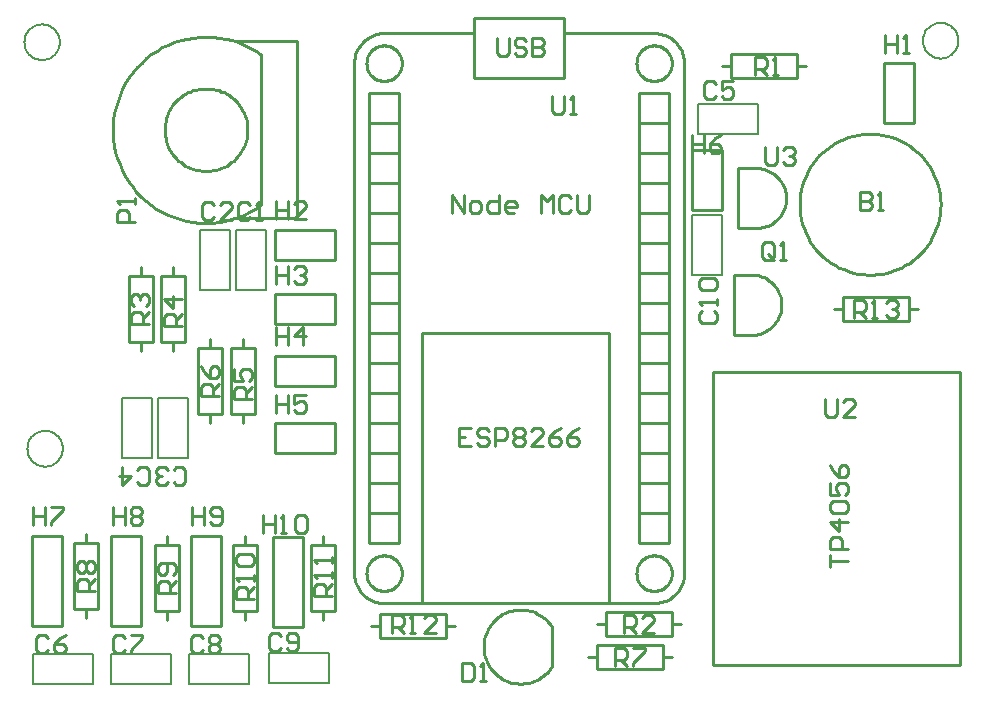
<source format=gto>
%FSTAX43Y43*%
%MOIN*%
%SFA1B1*%

%IPPOS*%
%ADD22C,0.010000*%
%ADD23C,0.005000*%
%LNpcb-vitor-project-1*%
%LPD*%
G54D22*
X0009105Y000283D02*
D01*
X0009104Y0002846*
X0009102Y0002862*
X0009099Y0002878*
X0009095Y0002894*
X000909Y000291*
X0009084Y0002925*
X0009077Y000294*
X0009069Y0002954*
X000906Y0002968*
X000905Y0002981*
X0009039Y0002993*
X0009027Y0003004*
X0009014Y0003015*
X0009001Y0003024*
X0008987Y0003033*
X0008973Y0003041*
X0008958Y0003047*
X0008942Y0003053*
X0008926Y0003058*
X000891Y0003061*
X0008894Y0003063*
X0008878Y0003064*
X0008861*
X0008845Y0003063*
X0008829Y0003061*
X0008813Y0003058*
X0008797Y0003053*
X0008781Y0003047*
X0008766Y0003041*
X0008752Y0003033*
X0008738Y0003024*
X0008725Y0003015*
X0008712Y0003004*
X00087Y0002993*
X0008689Y0002981*
X0008679Y0002968*
X000867Y0002954*
X0008662Y000294*
X0008655Y0002925*
X0008649Y000291*
X0008644Y0002894*
X000864Y0002878*
X0008637Y0002862*
X0008635Y0002846*
X0008635Y000283*
X0008635Y0002813*
X0008637Y0002797*
X000864Y0002781*
X0008644Y0002765*
X0008649Y0002749*
X0008655Y0002734*
X0008662Y0002719*
X000867Y0002705*
X0008679Y0002691*
X0008689Y0002678*
X00087Y0002666*
X0008712Y0002655*
X0008725Y0002644*
X0008738Y0002635*
X0008752Y0002626*
X0008766Y0002618*
X0008781Y0002612*
X0008797Y0002606*
X0008813Y0002601*
X0008829Y0002598*
X0008845Y0002596*
X0008861Y0002595*
X0008878*
X0008894Y0002596*
X000891Y0002598*
X0008926Y0002601*
X0008942Y0002606*
X0008958Y0002612*
X0008973Y0002618*
X0008987Y0002626*
X0009001Y0002635*
X0009014Y0002644*
X0009027Y0002655*
X0009039Y0002666*
X000905Y0002678*
X000906Y0002691*
X0009069Y0002705*
X0009077Y0002719*
X0009084Y0002734*
X000909Y0002749*
X0009095Y0002765*
X0009099Y0002781*
X0009102Y0002797*
X0009104Y0002813*
X0009105Y000283*
X000725Y00034D02*
D01*
X0007243Y0003399*
X0007236Y0003399*
X0007229Y0003397*
X0007222Y0003396*
X0007215Y0003393*
X0007209Y0003391*
X0007203Y0003388*
X0007197Y0003384*
X0007191Y000338*
X0007185Y0003376*
X000718Y0003371*
X0007175Y0003366*
X0007171Y0003361*
X0007167Y0003355*
X0007163Y000335*
X000716Y0003343*
X0007157Y0003337*
X0007154Y000333*
X0007152Y0003324*
X0007151Y0003317*
X000715Y000331*
X000715Y0003303*
X000715Y00033*
X000825D02*
D01*
X0008249Y0003306*
X0008249Y0003313*
X0008247Y000332*
X0008246Y0003327*
X0008243Y0003334*
X0008241Y000334*
X0008238Y0003346*
X0008234Y0003352*
X000823Y0003358*
X0008226Y0003364*
X0008221Y0003369*
X0008216Y0003374*
X0008211Y0003378*
X0008205Y0003382*
X00082Y0003386*
X0008193Y0003389*
X0008187Y0003392*
X000818Y0003395*
X0008174Y0003397*
X0008167Y0003398*
X000816Y0003399*
X0008153Y0003399*
X000815Y00034*
Y00015D02*
D01*
X0008156Y00015*
X0008163Y00015*
X000817Y0001502*
X0008177Y0001503*
X0008184Y0001506*
X000819Y0001508*
X0008196Y0001511*
X0008202Y0001515*
X0008208Y0001519*
X0008214Y0001523*
X0008219Y0001528*
X0008224Y0001533*
X0008228Y0001538*
X0008232Y0001544*
X0008236Y000155*
X0008239Y0001556*
X0008242Y0001562*
X0008245Y0001569*
X0008247Y0001575*
X0008248Y0001582*
X0008249Y0001589*
X0008249Y0001596*
X000825Y00016*
X000715D02*
D01*
X000715Y0001593*
X000715Y0001586*
X0007152Y0001579*
X0007153Y0001572*
X0007156Y0001565*
X0007158Y0001559*
X0007161Y0001553*
X0007165Y0001547*
X0007169Y0001541*
X0007173Y0001535*
X0007178Y000153*
X0007183Y0001525*
X0007188Y0001521*
X0007194Y0001517*
X00072Y0001513*
X0007206Y000151*
X0007212Y0001507*
X0007219Y0001504*
X0007225Y0001502*
X0007232Y0001501*
X0007239Y00015*
X0007246Y00015*
X000725Y00015*
X0007309Y00033D02*
D01*
X0007308Y0003304*
X0007308Y0003308*
X0007307Y0003312*
X0007306Y0003316*
X0007305Y000332*
X0007303Y0003324*
X0007302Y0003327*
X00073Y0003331*
X0007297Y0003334*
X0007295Y0003337*
X0007292Y0003341*
X0007289Y0003343*
X0007286Y0003346*
X0007283Y0003348*
X0007279Y0003351*
X0007275Y0003353*
X0007272Y0003354*
X0007268Y0003356*
X0007264Y0003357*
X000726Y0003358*
X0007256Y0003358*
X0007252Y0003359*
X0007247*
X0007243Y0003358*
X0007239Y0003358*
X0007235Y0003357*
X0007231Y0003356*
X0007227Y0003354*
X0007224Y0003353*
X000722Y0003351*
X0007216Y0003348*
X0007213Y0003346*
X000721Y0003343*
X0007207Y0003341*
X0007204Y0003337*
X0007202Y0003334*
X0007199Y0003331*
X0007197Y0003327*
X0007196Y0003324*
X0007194Y000332*
X0007193Y0003316*
X0007192Y0003312*
X0007191Y0003308*
X0007191Y0003304*
X000719Y00033*
X0007191Y0003295*
X0007191Y0003291*
X0007192Y0003287*
X0007193Y0003283*
X0007194Y0003279*
X0007196Y0003275*
X0007197Y0003272*
X0007199Y0003268*
X0007202Y0003265*
X0007204Y0003262*
X0007207Y0003258*
X000721Y0003256*
X0007213Y0003253*
X0007216Y0003251*
X000722Y0003248*
X0007224Y0003246*
X0007227Y0003245*
X0007231Y0003243*
X0007235Y0003242*
X0007239Y0003241*
X0007243Y0003241*
X0007247Y000324*
X0007252*
X0007256Y0003241*
X000726Y0003241*
X0007264Y0003242*
X0007268Y0003243*
X0007272Y0003245*
X0007275Y0003246*
X0007279Y0003248*
X0007283Y0003251*
X0007286Y0003253*
X0007289Y0003256*
X0007292Y0003258*
X0007295Y0003262*
X0007297Y0003265*
X00073Y0003268*
X0007302Y0003272*
X0007303Y0003275*
X0007305Y0003279*
X0007306Y0003283*
X0007307Y0003287*
X0007308Y0003291*
X0007308Y0003295*
X0007309Y00033*
X0008209D02*
D01*
X0008208Y0003304*
X0008208Y0003308*
X0008207Y0003312*
X0008206Y0003316*
X0008205Y000332*
X0008203Y0003324*
X0008202Y0003327*
X00082Y0003331*
X0008197Y0003334*
X0008195Y0003337*
X0008192Y0003341*
X0008189Y0003343*
X0008186Y0003346*
X0008183Y0003348*
X0008179Y0003351*
X0008175Y0003353*
X0008172Y0003354*
X0008168Y0003356*
X0008164Y0003357*
X000816Y0003358*
X0008156Y0003358*
X0008152Y0003359*
X0008147*
X0008143Y0003358*
X0008139Y0003358*
X0008135Y0003357*
X0008131Y0003356*
X0008127Y0003354*
X0008124Y0003353*
X000812Y0003351*
X0008116Y0003348*
X0008113Y0003346*
X000811Y0003343*
X0008107Y0003341*
X0008104Y0003337*
X0008102Y0003334*
X0008099Y0003331*
X0008097Y0003327*
X0008096Y0003324*
X0008094Y000332*
X0008093Y0003316*
X0008092Y0003312*
X0008091Y0003308*
X0008091Y0003304*
X000809Y00033*
X0008091Y0003295*
X0008091Y0003291*
X0008092Y0003287*
X0008093Y0003283*
X0008094Y0003279*
X0008096Y0003275*
X0008097Y0003272*
X0008099Y0003268*
X0008102Y0003265*
X0008104Y0003262*
X0008107Y0003258*
X000811Y0003256*
X0008113Y0003253*
X0008116Y0003251*
X000812Y0003248*
X0008124Y0003246*
X0008127Y0003245*
X0008131Y0003243*
X0008135Y0003242*
X0008139Y0003241*
X0008143Y0003241*
X0008147Y000324*
X0008152*
X0008156Y0003241*
X000816Y0003241*
X0008164Y0003242*
X0008168Y0003243*
X0008172Y0003245*
X0008175Y0003246*
X0008179Y0003248*
X0008183Y0003251*
X0008186Y0003253*
X0008189Y0003256*
X0008192Y0003258*
X0008195Y0003262*
X0008197Y0003265*
X00082Y0003268*
X0008202Y0003272*
X0008203Y0003275*
X0008205Y0003279*
X0008206Y0003283*
X0008207Y0003287*
X0008208Y0003291*
X0008208Y0003295*
X0008209Y00033*
X0007309Y00016D02*
D01*
X0007308Y0001604*
X0007308Y0001608*
X0007307Y0001612*
X0007306Y0001616*
X0007305Y000162*
X0007303Y0001624*
X0007302Y0001627*
X00073Y0001631*
X0007297Y0001634*
X0007295Y0001637*
X0007292Y0001641*
X0007289Y0001643*
X0007286Y0001646*
X0007283Y0001648*
X0007279Y0001651*
X0007275Y0001653*
X0007272Y0001654*
X0007268Y0001656*
X0007264Y0001657*
X000726Y0001658*
X0007256Y0001658*
X0007252Y0001659*
X0007247*
X0007243Y0001658*
X0007239Y0001658*
X0007235Y0001657*
X0007231Y0001656*
X0007227Y0001654*
X0007224Y0001653*
X000722Y0001651*
X0007216Y0001648*
X0007213Y0001646*
X000721Y0001643*
X0007207Y0001641*
X0007204Y0001637*
X0007202Y0001634*
X0007199Y0001631*
X0007197Y0001627*
X0007196Y0001624*
X0007194Y000162*
X0007193Y0001616*
X0007192Y0001612*
X0007191Y0001608*
X0007191Y0001604*
X000719Y00016*
X0007191Y0001595*
X0007191Y0001591*
X0007192Y0001587*
X0007193Y0001583*
X0007194Y0001579*
X0007196Y0001575*
X0007197Y0001572*
X0007199Y0001568*
X0007202Y0001565*
X0007204Y0001562*
X0007207Y0001558*
X000721Y0001556*
X0007213Y0001553*
X0007216Y0001551*
X000722Y0001548*
X0007224Y0001546*
X0007227Y0001545*
X0007231Y0001543*
X0007235Y0001542*
X0007239Y0001541*
X0007243Y0001541*
X0007247Y000154*
X0007252*
X0007256Y0001541*
X000726Y0001541*
X0007264Y0001542*
X0007268Y0001543*
X0007272Y0001545*
X0007275Y0001546*
X0007279Y0001548*
X0007283Y0001551*
X0007286Y0001553*
X0007289Y0001556*
X0007292Y0001558*
X0007295Y0001562*
X0007297Y0001565*
X00073Y0001568*
X0007302Y0001572*
X0007303Y0001575*
X0007305Y0001579*
X0007306Y0001583*
X0007307Y0001587*
X0007308Y0001591*
X0007308Y0001595*
X0007309Y00016*
X0008209D02*
D01*
X0008208Y0001604*
X0008208Y0001608*
X0008207Y0001612*
X0008206Y0001616*
X0008205Y000162*
X0008203Y0001624*
X0008202Y0001627*
X00082Y0001631*
X0008197Y0001634*
X0008195Y0001637*
X0008192Y0001641*
X0008189Y0001643*
X0008186Y0001646*
X0008183Y0001648*
X0008179Y0001651*
X0008175Y0001653*
X0008172Y0001654*
X0008168Y0001656*
X0008164Y0001657*
X000816Y0001658*
X0008156Y0001658*
X0008152Y0001659*
X0008147*
X0008143Y0001658*
X0008139Y0001658*
X0008135Y0001657*
X0008131Y0001656*
X0008127Y0001654*
X0008124Y0001653*
X000812Y0001651*
X0008116Y0001648*
X0008113Y0001646*
X000811Y0001643*
X0008107Y0001641*
X0008104Y0001637*
X0008102Y0001634*
X0008099Y0001631*
X0008097Y0001627*
X0008096Y0001624*
X0008094Y000162*
X0008093Y0001616*
X0008092Y0001612*
X0008091Y0001608*
X0008091Y0001604*
X000809Y00016*
X0008091Y0001595*
X0008091Y0001591*
X0008092Y0001587*
X0008093Y0001583*
X0008094Y0001579*
X0008096Y0001575*
X0008097Y0001572*
X0008099Y0001568*
X0008102Y0001565*
X0008104Y0001562*
X0008107Y0001558*
X000811Y0001556*
X0008113Y0001553*
X0008116Y0001551*
X000812Y0001548*
X0008124Y0001546*
X0008127Y0001545*
X0008131Y0001543*
X0008135Y0001542*
X0008139Y0001541*
X0008143Y0001541*
X0008147Y000154*
X0008152*
X0008156Y0001541*
X000816Y0001541*
X0008164Y0001542*
X0008168Y0001543*
X0008172Y0001545*
X0008175Y0001546*
X0008179Y0001548*
X0008183Y0001551*
X0008186Y0001553*
X0008189Y0001556*
X0008192Y0001558*
X0008195Y0001562*
X0008197Y0001565*
X00082Y0001568*
X0008202Y0001572*
X0008203Y0001575*
X0008205Y0001579*
X0008206Y0001583*
X0008207Y0001587*
X0008208Y0001591*
X0008208Y0001595*
X0008209Y00016*
X0006794Y0003077D02*
D01*
X0006793Y0003087*
X0006792Y0003097*
X0006791Y0003106*
X0006788Y0003116*
X0006785Y0003125*
X0006782Y0003134*
X0006777Y0003142*
X0006773Y0003151*
X0006767Y0003159*
X0006761Y0003166*
X0006755Y0003173*
X0006748Y000318*
X000674Y0003186*
X0006733Y0003192*
X0006725Y0003197*
X0006716Y0003202*
X0006707Y0003205*
X0006698Y0003209*
X0006689Y0003211*
X0006679Y0003213*
X000667Y0003215*
X000666Y0003215*
X0006651*
X0006641Y0003215*
X0006632Y0003213*
X0006622Y0003211*
X0006613Y0003209*
X0006604Y0003205*
X0006595Y0003202*
X0006587Y0003197*
X0006578Y0003192*
X0006571Y0003186*
X0006563Y000318*
X0006556Y0003173*
X000655Y0003166*
X0006544Y0003159*
X0006538Y0003151*
X0006534Y0003142*
X0006529Y0003134*
X0006526Y0003125*
X0006523Y0003116*
X0006521Y0003106*
X0006519Y0003097*
X0006518Y0003087*
X0006518Y0003077*
X0006518Y0003068*
X0006519Y0003058*
X0006521Y0003049*
X0006523Y0003039*
X0006526Y000303*
X0006529Y0003021*
X0006534Y0003013*
X0006538Y0003004*
X0006544Y0002996*
X000655Y0002989*
X0006556Y0002982*
X0006563Y0002975*
X0006571Y0002969*
X0006578Y0002963*
X0006587Y0002958*
X0006595Y0002953*
X0006604Y000295*
X0006613Y0002946*
X0006622Y0002944*
X0006632Y0002942*
X0006641Y000294*
X0006651Y000294*
X000666*
X000667Y000294*
X0006679Y0002942*
X0006689Y0002944*
X0006698Y0002946*
X0006707Y000295*
X0006716Y0002953*
X0006725Y0002958*
X0006733Y0002963*
X000674Y0002969*
X0006748Y0002975*
X0006755Y0002982*
X0006761Y0002989*
X0006767Y0002996*
X0006773Y0003004*
X0006777Y0003013*
X0006782Y0003021*
X0006785Y000303*
X0006788Y0003039*
X0006791Y0003049*
X0006792Y0003058*
X0006793Y0003068*
X0006794Y0003077*
X0006838Y0003328D02*
D01*
X0006821Y000334*
X0006802Y0003351*
X0006782Y0003361*
X0006762Y0003369*
X0006742Y0003376*
X0006721Y0003381*
X0006699Y0003385*
X0006678Y0003387*
X0006656Y0003388*
X0006635Y0003387*
X0006613Y0003385*
X0006592Y0003381*
X0006571Y0003376*
X000655Y0003369*
X000653Y0003361*
X000651Y0003352*
X0006492Y0003341*
X0006474Y0003329*
X0006457Y0003316*
X0006441Y0003301*
X0006425Y0003286*
X0006411Y0003269*
X0006399Y0003252*
X0006387Y0003233*
X0006377Y0003214*
X0006368Y0003194*
X0006361Y0003174*
X0006355Y0003153*
X000635Y0003132*
X0006347Y0003111*
X0006345Y0003089*
X0006345Y0003067*
X0006347Y0003046*
X000635Y0003024*
X0006354Y0003003*
X000636Y0002982*
X0006368Y0002962*
X0006376Y0002942*
X0006386Y0002923*
X0006398Y0002905*
X0006411Y0002887*
X0006424Y000287*
X0006439Y0002855*
X0006455Y000284*
X0006473Y0002827*
X000649Y0002815*
X0006509Y0002804*
X0006529Y0002794*
X0006549Y0002786*
X0006569Y0002779*
X000659Y0002774*
X0006612Y000277*
X0006633Y0002768*
X0006655Y0002767*
X0006676Y0002768*
X0006698Y000277*
X0006719Y0002774*
X000674Y0002779*
X0006761Y0002786*
X0006781Y0002794*
X00068Y0002803*
X0006819Y0002814*
X0006837Y0002826*
X000684Y0002828*
X0008475Y0002395D02*
D01*
X0008481Y0002395*
X0008488Y0002395*
X0008495Y0002397*
X0008502Y0002398*
X0008509Y0002401*
X0008515Y0002403*
X0008521Y0002406*
X0008527Y000241*
X0008533Y0002414*
X0008539Y0002418*
X0008544Y0002423*
X0008549Y0002428*
X0008553Y0002433*
X0008557Y0002439*
X0008561Y0002445*
X0008564Y0002451*
X0008567Y0002457*
X000857Y0002464*
X0008572Y000247*
X0008573Y0002477*
X0008574Y0002484*
X0008574Y0002491*
Y0002498*
X0008574Y0002505*
X0008573Y0002512*
X0008572Y0002519*
X000857Y0002525*
X0008567Y0002532*
X0008564Y0002538*
X0008561Y0002545*
X0008557Y000255*
X0008553Y0002556*
X0008549Y0002561*
X0008544Y0002566*
X0008539Y0002571*
X0008533Y0002575*
X0008527Y0002579*
X0008521Y0002583*
X0008515Y0002586*
X0008509Y0002588*
X0008502Y0002591*
X0008495Y0002592*
X0008488Y0002594*
X0008481Y0002594*
X0008475Y0002595*
X000849Y000275D02*
D01*
X0008496Y000275*
X0008503Y000275*
X000851Y0002752*
X0008517Y0002753*
X0008524Y0002756*
X000853Y0002758*
X0008536Y0002761*
X0008542Y0002765*
X0008548Y0002769*
X0008554Y0002773*
X0008559Y0002778*
X0008564Y0002783*
X0008568Y0002788*
X0008572Y0002794*
X0008576Y00028*
X0008579Y0002806*
X0008582Y0002812*
X0008585Y0002819*
X0008587Y0002825*
X0008588Y0002832*
X0008589Y0002839*
X0008589Y0002846*
Y0002853*
X0008589Y000286*
X0008588Y0002867*
X0008587Y0002874*
X0008585Y000288*
X0008582Y0002887*
X0008579Y0002893*
X0008576Y00029*
X0008572Y0002905*
X0008568Y0002911*
X0008564Y0002916*
X0008559Y0002921*
X0008554Y0002926*
X0008548Y000293*
X0008542Y0002934*
X0008536Y0002938*
X000853Y0002941*
X0008524Y0002943*
X0008517Y0002946*
X000851Y0002947*
X0008503Y0002949*
X0008496Y0002949*
X000849Y000295*
X000781Y000142D02*
D01*
X0007805Y0001427*
X0007799Y0001433*
X0007794Y000144*
X0007788Y0001446*
X0007781Y0001451*
X0007774Y0001457*
X0007767Y0001461*
X0007759Y0001465*
X0007751Y0001469*
X0007743Y0001472*
X0007735Y0001474*
X0007726Y0001476*
X0007718Y0001477*
X0007709Y0001478*
X0007701Y0001478*
X0007692Y0001477*
X0007684Y0001476*
X0007675Y0001474*
X0007667Y0001472*
X0007659Y0001469*
X0007651Y0001466*
X0007643Y0001462*
X0007636Y0001457*
X0007629Y0001452*
X0007622Y0001447*
X0007616Y0001441*
X000761Y0001434*
X0007605Y0001428*
X00076Y000142*
X0007596Y0001413*
X0007592Y0001405*
X0007589Y0001397*
X0007586Y0001389*
X0007584Y0001381*
X0007582Y0001372*
X0007581Y0001364*
X0007581Y0001355*
X0007581Y0001346*
X0007582Y0001338*
X0007584Y0001329*
X0007586Y0001321*
X0007588Y0001313*
X0007591Y0001305*
X0007595Y0001297*
X00076Y0001289*
X0007604Y0001282*
X000761Y0001276*
X0007615Y0001269*
X0007621Y0001263*
X0007628Y0001258*
X0007635Y0001252*
X0007642Y0001248*
X000765Y0001244*
X0007658Y000124*
X0007666Y0001237*
X0007674Y0001235*
X0007683Y0001233*
X0007691Y0001232*
X00077Y0001231*
X0007708Y0001231*
X0007717Y0001232*
X0007725Y0001233*
X0007734Y0001235*
X0007742Y0001237*
X000775Y000124*
X0007758Y0001243*
X0007766Y0001247*
X0007773Y0001252*
X000778Y0001257*
X0007787Y0001262*
X0007793Y0001268*
X0007799Y0001275*
X0007804Y0001281*
X0007809Y0001289*
X000781Y000129*
X0008345Y0001295D02*
Y000227D01*
X000917*
Y0001295D02*
Y000227D01*
X0008345Y0001295D02*
X000917D01*
X00072Y00032D02*
X00073D01*
X00072Y00024D02*
Y00032D01*
Y00017D02*
X00073D01*
Y00024*
X00072D02*
X00073D01*
X00072Y00017D02*
Y00024D01*
X00081Y00017D02*
Y00024D01*
X00082*
Y00017D02*
Y00024D01*
X00081Y00017D02*
X00082D01*
X00081Y00024D02*
Y00032D01*
X00082*
Y00024D02*
Y00032D01*
X00081Y00024D02*
X00082D01*
X000715Y00016D02*
Y00033D01*
X00072Y00024D02*
X00073D01*
X00072D02*
X00073D01*
Y00032*
X00072Y00025D02*
X00073D01*
X00072Y00026D02*
X00073D01*
X00072Y00027D02*
X00073D01*
X00072Y00028D02*
X00073D01*
X00072Y00029D02*
X00073D01*
X00072Y0003D02*
X00073D01*
X00072Y00031D02*
X00073D01*
X00072Y00023D02*
X00073D01*
X00072Y00022D02*
X00073D01*
X00072Y00021D02*
X00073D01*
X00072Y0002D02*
X00073D01*
X00072Y00019D02*
X00073D01*
X00072Y00018D02*
X00073D01*
X00081D02*
X00082D01*
X00081Y00019D02*
X00082D01*
X00081Y0002D02*
X00082D01*
X00081Y00021D02*
X00082D01*
X00081Y00022D02*
X00082D01*
X00081Y00023D02*
X00082D01*
X00081Y00025D02*
X00082D01*
X00081Y00026D02*
X00082D01*
X00081Y00027D02*
X00082D01*
X00081Y00028D02*
X00082D01*
X00081Y00029D02*
X00082D01*
X00081Y0003D02*
X00082D01*
X00081Y00031D02*
X00082D01*
X000825Y00016D02*
Y00033D01*
X000725Y00015D02*
X000815D01*
X000785Y00034D02*
X000815D01*
X000755Y000325D02*
Y000345D01*
Y000325D02*
X000785D01*
Y000345*
X000755D02*
X000785D01*
X000725Y00034D02*
X000755D01*
X0007375Y00015D02*
Y00024D01*
X0008*
Y00015D02*
Y00024D01*
X0008915Y00031D02*
Y00033D01*
X0009015*
Y00031D02*
Y00033D01*
X0008915Y00031D02*
X0009015D01*
X0006885Y00021D02*
X0007085D01*
Y0002D02*
Y00021D01*
X0006885Y0002D02*
X0007085D01*
X0006885D02*
Y00021D01*
Y0002325D02*
X0007085D01*
Y0002225D02*
Y0002325D01*
X0006885Y0002225D02*
X0007085D01*
X0006885D02*
Y0002325D01*
Y000253D02*
X0007085D01*
Y000243D02*
Y000253D01*
X0006885Y000243D02*
X0007085D01*
X0006885D02*
Y000253D01*
Y0002745D02*
X0007085D01*
Y0002645D02*
Y0002745D01*
X0006885Y0002645D02*
X0007085D01*
X0006885D02*
Y0002745D01*
X0006605Y0001425D02*
X0006705D01*
Y0001725*
X0006605D02*
X0006705D01*
X0006605Y0001425D02*
Y0001725D01*
X000634Y0001425D02*
X000644D01*
Y0001725*
X000634D02*
X000644D01*
X000634Y0001425D02*
Y0001725D01*
X0006075Y0001425D02*
X0006175D01*
Y0001725*
X0006075D02*
X0006175D01*
X0006075Y0001425D02*
Y0001725D01*
X0008405Y000325D02*
Y000333D01*
X0008625*
Y000325D02*
Y000333D01*
X0008405Y000325D02*
X0008625D01*
X0008375Y000329D02*
X0008405D01*
X0008625D02*
X0008655D01*
X000799Y000139D02*
Y000147D01*
X000821*
Y000139D02*
Y000147D01*
X000799Y000139D02*
X000821D01*
X000796Y000143D02*
X000799D01*
X000821D02*
X000824D01*
X000663Y000213D02*
X000671D01*
X000663D02*
Y000235D01*
X000671*
Y000213D02*
Y000235D01*
X000667Y00021D02*
Y000213D01*
Y000235D02*
Y000238D01*
X000674Y000213D02*
X000682D01*
X000674D02*
Y000235D01*
X000682*
Y000213D02*
Y000235D01*
X000678Y00021D02*
Y000213D01*
Y000235D02*
Y000238D01*
X0006505Y000237D02*
X0006585D01*
X0006505D02*
Y000259D01*
X0006585*
Y000237D02*
Y000259D01*
X0006545Y000234D02*
Y000237D01*
Y000259D02*
Y000262D01*
X00064Y000237D02*
X000648D01*
X00064D02*
Y000259D01*
X000648*
Y000237D02*
Y000259D01*
X000644Y000234D02*
Y000237D01*
Y000259D02*
Y000262D01*
X000818Y000128D02*
Y000136D01*
X000796Y000128D02*
X000818D01*
X000796D02*
Y000136D01*
X000818*
Y000132D02*
X000821D01*
X000793D02*
X000796D01*
X0007455Y0001385D02*
Y0001465D01*
X0007235Y0001385D02*
X0007455D01*
X0007235D02*
Y0001465D01*
X0007455*
Y0001425D02*
X0007485D01*
X0007205D02*
X0007235D01*
X0007005Y0001475D02*
X0007085D01*
X0007005D02*
Y0001695D01*
X0007085*
Y0001475D02*
Y0001695D01*
X0007045Y0001445D02*
Y0001475D01*
Y0001695D02*
Y0001725D01*
X0006745Y0001475D02*
X0006825D01*
X0006745D02*
Y0001695D01*
X0006825*
Y0001475D02*
Y0001695D01*
X0006785Y0001445D02*
Y0001475D01*
Y0001695D02*
Y0001725D01*
X0006485Y0001475D02*
X0006565D01*
X0006485D02*
Y0001695D01*
X0006565*
Y0001475D02*
Y0001695D01*
X0006525Y0001445D02*
Y0001475D01*
Y0001695D02*
Y0001725D01*
X0006215Y000148D02*
X0006295D01*
X0006215D02*
Y00017D01*
X0006295*
Y000148D02*
Y00017D01*
X0006255Y000145D02*
Y000148D01*
Y00017D02*
Y000173D01*
X000684Y000283D02*
Y000333D01*
X0006754Y0003375D02*
X000696D01*
Y0002785D02*
Y0003375D01*
X0006754Y0002785D02*
X000696D01*
X000688Y000142D02*
X000698D01*
Y000172*
X000688D02*
X000698D01*
X000688Y000142D02*
Y000172D01*
X0008415Y0002395D02*
Y0002595D01*
Y0002395D02*
X0008475D01*
X0008415Y0002595D02*
X0008475D01*
X000843Y000275D02*
Y000295D01*
Y000275D02*
X000849D01*
X000843Y000295D02*
X000849D01*
X0009Y000244D02*
Y000252D01*
X000878Y000244D02*
X0009D01*
X000878D02*
Y000252D01*
X0009*
Y000248D02*
X000903D01*
X000875D02*
X000878D01*
X000781Y000129D02*
Y000142D01*
X0008375Y000281D02*
Y000301D01*
X0008275Y000281D02*
X0008375D01*
X0008275D02*
Y000301D01*
X0008375*
X000852Y000302D02*
Y000297D01*
X000853Y000296*
X000855*
X000856Y000297*
Y000302*
X000858Y000301D02*
X0008589Y000302D01*
X0008609*
X0008619Y000301*
Y0003*
X0008609Y000299*
X0008599*
X0008609*
X0008619Y000298*
Y000297*
X0008609Y000296*
X0008589*
X000858Y000297*
X0007275Y00014D02*
Y000146D01*
X0007305*
X0007315Y000145*
Y000143*
X0007305Y000142*
X0007275*
X0007295D02*
X0007315Y00014D01*
X0007335D02*
X0007354D01*
X0007344*
Y000146*
X0007335Y000145*
X0007424Y00014D02*
X0007384D01*
X0007424Y000144*
Y000145*
X0007414Y000146*
X0007394*
X0007384Y000145*
X0007075Y0001525D02*
X0007015D01*
Y0001555*
X0007025Y0001565*
X0007045*
X0007055Y0001555*
Y0001525*
Y0001545D02*
X0007075Y0001565D01*
Y0001585D02*
Y0001604D01*
Y0001594*
X0007015*
X0007025Y0001585*
X0007075Y0001634D02*
Y0001654D01*
Y0001644*
X0007015*
X0007025Y0001634*
X0006815Y0001515D02*
X0006755D01*
Y0001545*
X0006765Y0001555*
X0006785*
X0006795Y0001545*
Y0001515*
Y0001535D02*
X0006815Y0001555D01*
Y0001575D02*
Y0001594D01*
Y0001584*
X0006755*
X0006765Y0001575*
Y0001624D02*
X0006755Y0001634D01*
Y0001654*
X0006765Y0001664*
X0006805*
X0006815Y0001654*
Y0001634*
X0006805Y0001624*
X0006765*
X0006555Y0001535D02*
X0006495D01*
Y0001565*
X0006505Y0001575*
X0006525*
X0006535Y0001565*
Y0001535*
Y0001555D02*
X0006555Y0001575D01*
X0006545Y0001595D02*
X0006555Y0001604D01*
Y0001624*
X0006545Y0001634*
X0006505*
X0006495Y0001624*
Y0001604*
X0006505Y0001595*
X0006515*
X0006525Y0001604*
Y0001634*
X0006285Y000154D02*
X0006225D01*
Y000157*
X0006235Y000158*
X0006255*
X0006265Y000157*
Y000154*
Y000156D02*
X0006285Y000158D01*
X0006235Y00016D02*
X0006225Y0001609D01*
Y0001629*
X0006235Y0001639*
X0006245*
X0006255Y0001629*
X0006265Y0001639*
X0006275*
X0006285Y0001629*
Y0001609*
X0006275Y00016*
X0006265*
X0006255Y0001609*
X0006245Y00016*
X0006235*
X0006255Y0001609D02*
Y0001629D01*
X000802Y000129D02*
Y000135D01*
X000805*
X000806Y000134*
Y000132*
X000805Y000131*
X000802*
X000804D02*
X000806Y000129D01*
X000808Y000135D02*
X0008119D01*
Y000134*
X000808Y00013*
Y000129*
X00067Y000219D02*
X000664D01*
Y000222*
X000665Y000223*
X000667*
X000668Y000222*
Y000219*
Y000221D02*
X00067Y000223D01*
X000664Y0002289D02*
X000665Y0002269D01*
X000667Y000225*
X000669*
X00067Y0002259*
Y0002279*
X000669Y0002289*
X000668*
X000667Y0002279*
Y000225*
X000681Y000218D02*
X000675D01*
Y000221*
X000676Y000222*
X000678*
X000679Y000221*
Y000218*
Y00022D02*
X000681Y000222D01*
X000675Y0002279D02*
Y000224D01*
X000678*
X000677Y0002259*
Y0002269*
X000678Y0002279*
X00068*
X000681Y0002269*
Y0002249*
X00068Y000224*
X0006575Y0002425D02*
X0006515D01*
Y0002455*
X0006525Y0002465*
X0006545*
X0006555Y0002455*
Y0002425*
Y0002445D02*
X0006575Y0002465D01*
Y0002514D02*
X0006515D01*
X0006545Y0002485*
Y0002524*
X0006465Y000243D02*
X0006405D01*
Y000246*
X0006415Y000247*
X0006435*
X0006445Y000246*
Y000243*
Y000245D02*
X0006465Y000247D01*
X0006415Y000249D02*
X0006405Y0002499D01*
Y0002519*
X0006415Y0002529*
X0006425*
X0006435Y0002519*
Y0002509*
Y0002519*
X0006445Y0002529*
X0006455*
X0006465Y0002519*
Y0002499*
X0006455Y000249*
X000805Y00014D02*
Y000146D01*
X000808*
X000809Y000145*
Y000143*
X000808Y000142*
X000805*
X000807D02*
X000809Y00014D01*
X0008149D02*
X000811D01*
X0008149Y000144*
Y000145*
X0008139Y000146*
X0008119*
X000811Y000145*
X0008485Y000326D02*
Y000332D01*
X0008515*
X0008525Y000331*
Y000329*
X0008515Y000328*
X0008485*
X0008505D02*
X0008525Y000326D01*
X0008545D02*
X0008564D01*
X0008554*
Y000332*
X0008545Y000331*
X000855Y0002655D02*
Y0002695D01*
X000854Y0002705*
X000852*
X000851Y0002695*
Y0002655*
X000852Y0002645*
X000854*
X000853Y0002665D02*
X000855Y0002645D01*
X000854D02*
X000855Y0002655D01*
X000857Y0002645D02*
X0008589D01*
X0008579*
Y0002705*
X000857Y0002695*
X000642Y000277D02*
X000636D01*
Y00028*
X000637Y000281*
X000639*
X00064Y00028*
Y000277*
X000642Y000283D02*
Y0002849D01*
Y0002839*
X000636*
X000637Y000283*
X0006845Y0001795D02*
Y0001735D01*
Y0001765*
X0006885*
Y0001795*
Y0001735*
X0006905D02*
X0006924D01*
X0006914*
Y0001795*
X0006905Y0001785*
X0006954D02*
X0006964Y0001795D01*
X0006984*
X0006994Y0001785*
Y0001745*
X0006984Y0001735*
X0006964*
X0006954Y0001745*
Y0001785*
X000661Y000182D02*
Y000176D01*
Y000179*
X000665*
Y000182*
Y000176*
X000667Y000177D02*
X0006679Y000176D01*
X0006699*
X0006709Y000177*
Y000181*
X0006699Y000182*
X0006679*
X000667Y000181*
Y00018*
X0006679Y000179*
X0006709*
X0006345Y000182D02*
Y000176D01*
Y000179*
X0006385*
Y000182*
Y000176*
X0006405Y000181D02*
X0006414Y000182D01*
X0006434*
X0006444Y000181*
Y00018*
X0006434Y000179*
X0006444Y000178*
Y000177*
X0006434Y000176*
X0006414*
X0006405Y000177*
Y000178*
X0006414Y000179*
X0006405Y00018*
Y000181*
X0006414Y000179D02*
X0006434D01*
X000608Y000182D02*
Y000176D01*
Y000179*
X000612*
Y000182*
Y000176*
X000614Y000182D02*
X0006179D01*
Y000181*
X000614Y000177*
Y000176*
X0008275Y000306D02*
Y0003D01*
Y000303*
X0008315*
Y000306*
Y0003*
X0008374Y000306D02*
X0008354Y000305D01*
X0008335Y000303*
Y000301*
X0008344Y0003*
X0008364*
X0008374Y000301*
Y000302*
X0008364Y000303*
X0008335*
X000689Y0002195D02*
Y0002135D01*
Y0002165*
X000693*
Y0002195*
Y0002135*
X0006989Y0002195D02*
X000695D01*
Y0002165*
X0006969Y0002175*
X0006979*
X0006989Y0002165*
Y0002145*
X0006979Y0002135*
X0006959*
X000695Y0002145*
X000689Y000242D02*
Y000236D01*
Y000239*
X000693*
Y000242*
Y000236*
X0006979D02*
Y000242D01*
X000695Y000239*
X0006989*
X000689Y0002625D02*
Y0002565D01*
Y0002595*
X000693*
Y0002625*
Y0002565*
X000695Y0002615D02*
X0006959Y0002625D01*
X0006979*
X0006989Y0002615*
Y0002605*
X0006979Y0002595*
X0006969*
X0006979*
X0006989Y0002585*
Y0002575*
X0006979Y0002565*
X0006959*
X000695Y0002575*
X000689Y000284D02*
Y000278D01*
Y000281*
X000693*
Y000284*
Y000278*
X0006989D02*
X000695D01*
X0006989Y000282*
Y000283*
X0006979Y000284*
X0006959*
X000695Y000283*
X000892Y0003395D02*
Y0003335D01*
Y0003365*
X000896*
Y0003395*
Y0003335*
X000898D02*
X0008999D01*
X0008989*
Y0003395*
X000898Y0003385*
X000751Y00013D02*
Y000124D01*
X000754*
X000755Y000125*
Y000129*
X000754Y00013*
X000751*
X000757Y000124D02*
X0007589D01*
X0007579*
Y00013*
X000757Y000129*
X000831Y0002475D02*
X00083Y0002465D01*
Y0002445*
X000831Y0002435*
X000835*
X000836Y0002445*
Y0002465*
X000835Y0002475*
X000836Y0002495D02*
Y0002514D01*
Y0002504*
X00083*
X000831Y0002495*
Y0002544D02*
X00083Y0002554D01*
Y0002574*
X000831Y0002584*
X000835*
X000836Y0002574*
Y0002554*
X000835Y0002544*
X000831*
X0006905Y000139D02*
X0006895Y00014D01*
X0006875*
X0006865Y000139*
Y000135*
X0006875Y000134*
X0006895*
X0006905Y000135*
X0006925D02*
X0006934Y000134D01*
X0006954*
X0006964Y000135*
Y000139*
X0006954Y00014*
X0006934*
X0006925Y000139*
Y000138*
X0006934Y000137*
X0006964*
X0006645Y0001385D02*
X0006635Y0001395D01*
X0006615*
X0006605Y0001385*
Y0001345*
X0006615Y0001335*
X0006635*
X0006645Y0001345*
X0006665Y0001385D02*
X0006674Y0001395D01*
X0006694*
X0006704Y0001385*
Y0001375*
X0006694Y0001365*
X0006704Y0001355*
Y0001345*
X0006694Y0001335*
X0006674*
X0006665Y0001345*
Y0001355*
X0006674Y0001365*
X0006665Y0001375*
Y0001385*
X0006674Y0001365D02*
X0006694D01*
X0006385Y0001385D02*
X0006375Y0001395D01*
X0006355*
X0006345Y0001385*
Y0001345*
X0006355Y0001335*
X0006375*
X0006385Y0001345*
X0006405Y0001395D02*
X0006444D01*
Y0001385*
X0006405Y0001345*
Y0001335*
X000613Y0001385D02*
X000612Y0001395D01*
X00061*
X000609Y0001385*
Y0001345*
X00061Y0001335*
X000612*
X000613Y0001345*
X0006189Y0001395D02*
X0006169Y0001385D01*
X000615Y0001365*
Y0001345*
X0006159Y0001335*
X0006179*
X0006189Y0001345*
Y0001355*
X0006179Y0001365*
X000615*
X0008355Y000323D02*
X0008345Y000324D01*
X0008325*
X0008315Y000323*
Y000319*
X0008325Y000318*
X0008345*
X0008355Y000319*
X0008414Y000324D02*
X0008375D01*
Y000321*
X0008394Y000322*
X0008404*
X0008414Y000321*
Y000319*
X0008404Y000318*
X0008384*
X0008375Y000319*
X0006427Y0001902D02*
X0006437Y0001892D01*
X0006457*
X0006467Y0001902*
Y0001942*
X0006457Y0001952*
X0006437*
X0006427Y0001942*
X0006377Y0001952D02*
Y0001892D01*
X0006407Y0001922*
X0006367*
X0006548Y0001902D02*
X0006557Y0001892D01*
X0006577*
X0006587Y0001902*
Y0001942*
X0006577Y0001952*
X0006557*
X0006548Y0001942*
X0006528Y0001902D02*
X0006518Y0001892D01*
X0006498*
X0006488Y0001902*
Y0001912*
X0006498Y0001922*
X0006508*
X0006498*
X0006488Y0001932*
Y0001942*
X0006498Y0001952*
X0006518*
X0006528Y0001942*
X0006682Y0002826D02*
X0006672Y0002836D01*
X0006652*
X0006642Y0002826*
Y0002787*
X0006652Y0002777*
X0006672*
X0006682Y0002787*
X0006742Y0002777D02*
X0006702D01*
X0006742Y0002816*
Y0002826*
X0006732Y0002836*
X0006712*
X0006702Y0002826*
X0006802Y0002827D02*
X0006792Y0002837D01*
X0006772*
X0006762Y0002827*
Y0002787*
X0006772Y0002777*
X0006792*
X0006802Y0002787*
X0006822Y0002777D02*
X0006842D01*
X0006832*
Y0002837*
X0006822Y0002827*
X0008835Y000287D02*
Y000281D01*
X0008865*
X0008875Y000282*
Y000283*
X0008865Y000284*
X0008835*
X0008865*
X0008875Y000285*
Y000286*
X0008865Y000287*
X0008835*
X0008895Y000281D02*
X0008914D01*
X0008904*
Y000287*
X0008895Y000286*
X0008815Y000245D02*
Y000251D01*
X0008845*
X0008855Y00025*
Y000248*
X0008845Y000247*
X0008815*
X0008835D02*
X0008855Y000245D01*
X0008875D02*
X0008894D01*
X0008884*
Y000251*
X0008875Y00025*
X0008924D02*
X0008934Y000251D01*
X0008954*
X0008964Y00025*
Y000249*
X0008954Y000248*
X0008944*
X0008954*
X0008964Y000247*
Y000246*
X0008954Y000245*
X0008934*
X0008924Y000246*
X000781Y000319D02*
Y000314D01*
X000782Y000313*
X000784*
X000785Y000314*
Y000319*
X000787Y000313D02*
X0007889D01*
X0007879*
Y000319*
X000787Y000318*
X000872Y000218D02*
Y000213D01*
X000873Y000212*
X000875*
X000876Y000213*
Y000218*
X0008819Y000212D02*
X000878D01*
X0008819Y000216*
Y000217*
X0008809Y000218*
X0008789*
X000878Y000217*
X0008735Y000162D02*
Y000166D01*
Y000164*
X0008795*
Y000168D02*
X0008735D01*
Y0001709*
X0008745Y0001719*
X0008765*
X0008775Y0001709*
Y000168*
X0008795Y0001769D02*
X0008735D01*
X0008765Y0001739*
Y0001779*
X0008745Y0001799D02*
X0008735Y0001809D01*
Y0001829*
X0008745Y0001839*
X0008785*
X0008795Y0001829*
Y0001809*
X0008785Y0001799*
X0008745*
X0008735Y0001899D02*
Y0001859D01*
X0008765*
X0008755Y0001879*
Y0001889*
X0008765Y0001899*
X0008785*
X0008795Y0001889*
Y0001869*
X0008785Y0001859*
X0008735Y0001959D02*
X0008745Y0001939D01*
X0008765Y0001919*
X0008785*
X0008795Y0001929*
Y0001949*
X0008785Y0001959*
X0008775*
X0008765Y0001949*
Y0001919*
X0007625Y0003385D02*
Y0003335D01*
X0007635Y0003325*
X0007655*
X0007665Y0003335*
Y0003385*
X0007724Y0003375D02*
X0007714Y0003385D01*
X0007694*
X0007685Y0003375*
Y0003365*
X0007694Y0003355*
X0007714*
X0007724Y0003345*
Y0003335*
X0007714Y0003325*
X0007694*
X0007685Y0003335*
X0007744Y0003385D02*
Y0003325D01*
X0007774*
X0007784Y0003335*
Y0003345*
X0007774Y0003355*
X0007744*
X0007774*
X0007784Y0003365*
Y0003375*
X0007774Y0003385*
X0007744*
X0007475Y00028D02*
Y000286D01*
X0007515Y00028*
Y000286*
X0007544Y00028D02*
X0007564D01*
X0007574Y000281*
Y000283*
X0007564Y000284*
X0007544*
X0007535Y000283*
Y000281*
X0007544Y00028*
X0007634Y000286D02*
Y00028D01*
X0007604*
X0007594Y000281*
Y000283*
X0007604Y000284*
X0007634*
X0007684Y00028D02*
X0007664D01*
X0007654Y000281*
Y000283*
X0007664Y000284*
X0007684*
X0007694Y000283*
Y000282*
X0007654*
X0007774Y00028D02*
Y000286D01*
X0007794Y000284*
X0007814Y000286*
Y00028*
X0007874Y000285D02*
X0007864Y000286D01*
X0007844*
X0007834Y000285*
Y000281*
X0007844Y00028*
X0007864*
X0007874Y000281*
X0007894Y000286D02*
Y000281D01*
X0007904Y00028*
X0007924*
X0007934Y000281*
Y000286*
X000754Y0002085D02*
X00075D01*
Y0002025*
X000754*
X00075Y0002055D02*
X000752D01*
X0007599Y0002075D02*
X0007589Y0002085D01*
X0007569*
X000756Y0002075*
Y0002065*
X0007569Y0002055*
X0007589*
X0007599Y0002045*
Y0002035*
X0007589Y0002025*
X0007569*
X000756Y0002035*
X0007619Y0002025D02*
Y0002085D01*
X0007649*
X0007659Y0002075*
Y0002055*
X0007649Y0002045*
X0007619*
X0007679Y0002075D02*
X0007689Y0002085D01*
X0007709*
X0007719Y0002075*
Y0002065*
X0007709Y0002055*
X0007719Y0002045*
Y0002035*
X0007709Y0002025*
X0007689*
X0007679Y0002035*
Y0002045*
X0007689Y0002055*
X0007679Y0002065*
Y0002075*
X0007689Y0002055D02*
X0007709D01*
X0007779Y0002025D02*
X0007739D01*
X0007779Y0002065*
Y0002075*
X0007769Y0002085*
X0007749*
X0007739Y0002075*
X0007839Y0002085D02*
X0007819Y0002075D01*
X0007799Y0002055*
Y0002035*
X0007809Y0002025*
X0007829*
X0007839Y0002035*
Y0002045*
X0007829Y0002055*
X0007799*
X0007899Y0002085D02*
X0007879Y0002075D01*
X0007859Y0002055*
Y0002035*
X0007869Y0002025*
X0007889*
X0007899Y0002035*
Y0002045*
X0007889Y0002055*
X0007859*
G54D23*
X0009164Y0003375D02*
D01*
X0009163Y0003379*
X0009163Y0003383*
X0009162Y0003387*
X0009161Y0003391*
X000916Y0003395*
X0009158Y0003399*
X0009157Y0003402*
X0009155Y0003406*
X0009152Y0003409*
X000915Y0003412*
X0009147Y0003416*
X0009144Y0003418*
X0009141Y0003421*
X0009138Y0003423*
X0009134Y0003426*
X000913Y0003428*
X0009127Y0003429*
X0009123Y0003431*
X0009119Y0003432*
X0009115Y0003433*
X0009111Y0003433*
X0009107Y0003434*
X0009102*
X0009098Y0003433*
X0009094Y0003433*
X000909Y0003432*
X0009086Y0003431*
X0009082Y0003429*
X0009079Y0003428*
X0009075Y0003426*
X0009071Y0003423*
X0009068Y0003421*
X0009065Y0003418*
X0009062Y0003416*
X0009059Y0003412*
X0009057Y0003409*
X0009054Y0003406*
X0009052Y0003402*
X0009051Y0003399*
X0009049Y0003395*
X0009048Y0003391*
X0009047Y0003387*
X0009046Y0003383*
X0009046Y0003379*
X0009045Y0003375*
X0009046Y000337*
X0009046Y0003366*
X0009047Y0003362*
X0009048Y0003358*
X0009049Y0003354*
X0009051Y000335*
X0009052Y0003347*
X0009054Y0003343*
X0009057Y000334*
X0009059Y0003337*
X0009062Y0003333*
X0009065Y0003331*
X0009068Y0003328*
X0009071Y0003326*
X0009075Y0003323*
X0009079Y0003321*
X0009082Y000332*
X0009086Y0003318*
X000909Y0003317*
X0009094Y0003316*
X0009098Y0003316*
X0009102Y0003315*
X0009107*
X0009111Y0003316*
X0009115Y0003316*
X0009119Y0003317*
X0009123Y0003318*
X0009127Y000332*
X000913Y0003321*
X0009134Y0003323*
X0009138Y0003326*
X0009141Y0003328*
X0009144Y0003331*
X0009147Y0003333*
X000915Y0003337*
X0009152Y000334*
X0009155Y0003343*
X0009157Y0003347*
X0009158Y000335*
X000916Y0003354*
X0009161Y0003358*
X0009162Y0003362*
X0009163Y0003366*
X0009163Y000337*
X0009164Y0003375*
X0006179Y0002015D02*
D01*
X0006178Y0002019*
X0006178Y0002023*
X0006177Y0002027*
X0006176Y0002031*
X0006175Y0002035*
X0006173Y0002039*
X0006172Y0002042*
X000617Y0002046*
X0006167Y0002049*
X0006165Y0002052*
X0006162Y0002056*
X0006159Y0002058*
X0006156Y0002061*
X0006153Y0002063*
X0006149Y0002066*
X0006145Y0002068*
X0006142Y0002069*
X0006138Y0002071*
X0006134Y0002072*
X000613Y0002073*
X0006126Y0002073*
X0006122Y0002074*
X0006117*
X0006113Y0002073*
X0006109Y0002073*
X0006105Y0002072*
X0006101Y0002071*
X0006097Y0002069*
X0006094Y0002068*
X000609Y0002066*
X0006086Y0002063*
X0006083Y0002061*
X000608Y0002058*
X0006077Y0002056*
X0006074Y0002052*
X0006072Y0002049*
X0006069Y0002046*
X0006067Y0002042*
X0006066Y0002039*
X0006064Y0002035*
X0006063Y0002031*
X0006062Y0002027*
X0006061Y0002023*
X0006061Y0002019*
X000606Y0002015*
X0006061Y000201*
X0006061Y0002006*
X0006062Y0002002*
X0006063Y0001998*
X0006064Y0001994*
X0006066Y000199*
X0006067Y0001987*
X0006069Y0001983*
X0006072Y000198*
X0006074Y0001977*
X0006077Y0001973*
X000608Y0001971*
X0006083Y0001968*
X0006086Y0001966*
X000609Y0001963*
X0006094Y0001961*
X0006097Y000196*
X0006101Y0001958*
X0006105Y0001957*
X0006109Y0001956*
X0006113Y0001956*
X0006117Y0001955*
X0006122*
X0006126Y0001956*
X000613Y0001956*
X0006134Y0001957*
X0006138Y0001958*
X0006142Y000196*
X0006145Y0001961*
X0006149Y0001963*
X0006153Y0001966*
X0006156Y0001968*
X0006159Y0001971*
X0006162Y0001973*
X0006165Y0001977*
X0006167Y000198*
X000617Y0001983*
X0006172Y0001987*
X0006173Y000199*
X0006175Y0001994*
X0006176Y0001998*
X0006177Y0002002*
X0006178Y0002006*
X0006178Y000201*
X0006179Y0002015*
X0006169Y000337D02*
D01*
X0006168Y0003374*
X0006168Y0003378*
X0006167Y0003382*
X0006166Y0003386*
X0006165Y000339*
X0006163Y0003394*
X0006162Y0003397*
X000616Y0003401*
X0006157Y0003404*
X0006155Y0003407*
X0006152Y0003411*
X0006149Y0003413*
X0006146Y0003416*
X0006143Y0003418*
X0006139Y0003421*
X0006135Y0003423*
X0006132Y0003424*
X0006128Y0003426*
X0006124Y0003427*
X000612Y0003428*
X0006116Y0003428*
X0006112Y0003429*
X0006107*
X0006103Y0003428*
X0006099Y0003428*
X0006095Y0003427*
X0006091Y0003426*
X0006087Y0003424*
X0006084Y0003423*
X000608Y0003421*
X0006076Y0003418*
X0006073Y0003416*
X000607Y0003413*
X0006067Y0003411*
X0006064Y0003407*
X0006062Y0003404*
X0006059Y0003401*
X0006057Y0003397*
X0006056Y0003394*
X0006054Y000339*
X0006053Y0003386*
X0006052Y0003382*
X0006051Y0003378*
X0006051Y0003374*
X000605Y000337*
X0006051Y0003365*
X0006051Y0003361*
X0006052Y0003357*
X0006053Y0003353*
X0006054Y0003349*
X0006056Y0003345*
X0006057Y0003342*
X0006059Y0003338*
X0006062Y0003335*
X0006064Y0003332*
X0006067Y0003328*
X000607Y0003326*
X0006073Y0003323*
X0006076Y0003321*
X000608Y0003318*
X0006084Y0003316*
X0006087Y0003315*
X0006091Y0003313*
X0006095Y0003312*
X0006099Y0003311*
X0006103Y0003311*
X0006107Y000331*
X0006112*
X0006116Y0003311*
X000612Y0003311*
X0006124Y0003312*
X0006128Y0003313*
X0006132Y0003315*
X0006135Y0003316*
X0006139Y0003318*
X0006143Y0003321*
X0006146Y0003323*
X0006149Y0003326*
X0006152Y0003328*
X0006155Y0003332*
X0006157Y0003335*
X000616Y0003338*
X0006162Y0003342*
X0006163Y0003345*
X0006165Y0003349*
X0006166Y0003353*
X0006167Y0003357*
X0006168Y0003361*
X0006168Y0003365*
X0006169Y000337*
X0006855Y0002545D02*
Y0002745D01*
X0006755D02*
X0006855D01*
X0006755Y0002545D02*
Y0002745D01*
Y0002545D02*
X0006855D01*
X0006735D02*
Y0002745D01*
X0006635D02*
X0006735D01*
X0006635Y0002545D02*
Y0002745D01*
Y0002545D02*
X0006735D01*
X0006495Y0001985D02*
Y0002185D01*
Y0001985D02*
X0006595D01*
Y0002185*
X0006495D02*
X0006595D01*
X0006375Y0001985D02*
Y0002185D01*
Y0001985D02*
X0006475D01*
Y0002185*
X0006375D02*
X0006475D01*
X0008295Y0003065D02*
X0008495D01*
Y0003165*
X0008295D02*
X0008495D01*
X0008295Y0003065D02*
Y0003165D01*
X0006865Y0001235D02*
X0007065D01*
Y0001335*
X0006865D02*
X0007065D01*
X0006865Y0001235D02*
Y0001335D01*
X00066Y000123D02*
X00068D01*
Y000133*
X00066D02*
X00068D01*
X00066Y000123D02*
Y000133D01*
X000634Y000123D02*
X000654D01*
Y000133*
X000634D02*
X000654D01*
X000634Y000123D02*
Y000133D01*
X000608Y000123D02*
X000628D01*
Y000133*
X000608D02*
X000628D01*
X000608Y000123D02*
Y000133D01*
X0008375Y0002595D02*
Y0002795D01*
X0008275D02*
X0008375D01*
X0008275Y0002595D02*
Y0002795D01*
Y0002595D02*
X0008375D01*
M02*
</source>
